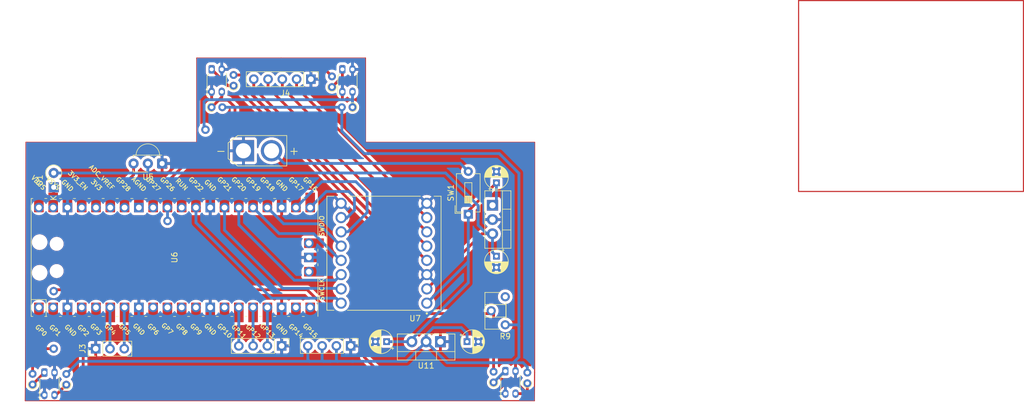
<source format=kicad_pcb>
(kicad_pcb (version 20211014) (generator pcbnew)
  (layers (0 "F.Cu" signal) (31 "B.Cu" signal) (34 "B.Paste" user) (35 "F.Paste" user) (36 "B.SilkS" user "B.Silkscreen") (37 "F.SilkS" user "F.Silkscreen") (38 "B.Mask" user) (39 "F.Mask" user) (44 "Edge.Cuts" user))
  (net 0 "")
  (net 1 "GND")
  (net 2 "Net-(D1-Pad1)")
  (net 3 "Net-(R1-Pad1)")
  (net 4 "Net-(R1-Pad2)")
  (net 5 "+5V")
  (net 6 "Net-(R3-Pad1)")
  (net 7 "+3V3")
  (net 16 "SERIAL MONITOR")
  (net 17 "+12V")
  (net 20 "Net-(R5-Pad1)")
  (net 21 "Net-(R7-Pad1)")
  (net 22 "X-SHUT")
  (net 23 "SDA")
  (net 24 "SCL")
  (net 25 "MOTOR 1 +")
  (net 26 "MOTOR 1 -")
  (net 27 "MOTOR 2 -")
  (net 28 "MOTOR 2 +")
  (net 29 "QRE1113 A")
  (net 30 "QRE1113 B")
  (net 31 "QRE1113 C")
  (net 32 "QRE1113 D")
  (net 33 "IR MODULE")
  (net 34 "PWMB")
  (net 35 "BI2")
  (net 36 "BI1")
  (net 37 "STBY")
  (net 38 "AI1")
  (net 39 "AI2")
  (net 40 "PWMA")
  (footprint "Resistor_THT:R_Axial_DIN0204_L3.6mm_D1.6mm_P1.90mm_Vertical" (layer "F.Cu") (at 111.405 44.25 180)
    (fp_text reference "R6" hide)
    (fp_text value "10k")
    (pad "1" thru_hole circle (at 0 0 180) (size 1.4 1.4) (drill 0.7) (layers *.Cu *.Mask) (net 31 "QRE1113 C"))
    (pad "2" thru_hole oval (at 1.9 0 180) (size 1.4 1.4) (drill 0.7) (layers *.Cu *.Mask) (net 7 "+3V3"))
  )
  (footprint "Connector_AMASS:AMASS_XT30U-M_1x02_P5.0mm_Vertical" (layer "F.Cu") (at 92 52)
    (fp_text reference "IC1" hide)
    (fp_text value "XT30U-M")
    (fp_text user "+" (at 9 0) (layer "F.SilkS") (effects (font (size 1.5 1.5))))
    (fp_text user "-" (at -4 0) (layer "F.SilkS") (effects (font (size 1.5 1.5))))
    (pad "1" thru_hole rect (at 0 0) (size 3.8 3.8) (drill 2.7) (layers *.Cu *.Mask) (net 1 "GND"))
    (pad "2" thru_hole circle (at 5 0) (size 3.8 3.8) (drill 2.7) (layers *.Cu *.Mask) (net 17 "+12V"))
  )
  (footprint "OptoDevice:OnSemi_CASE100AQ" (layer "F.Cu") (at 86.35 37.5)
    (fp_text reference "U4" hide)
    (fp_text value "QRE1113" hide)
    (pad "1" thru_hole roundrect (at 0 0) (size 1.1 1.5) (drill 0.7) (layers *.Cu *.Mask) (net 21 "Net-(R7-Pad1)"))
    (pad "2" thru_hole oval (at 0 4) (size 1.1 1.5) (drill 0.7) (layers *.Cu *.Mask) (net 1 "GND"))
    (pad "3" thru_hole oval (at 1.8 4) (size 1.1 1.5) (drill 0.7) (layers *.Cu *.Mask) (net 32 "QRE1113 D"))
    (pad "4" thru_hole oval (at 1.8 0) (size 1.1 1.5) (drill 0.7) (layers *.Cu *.Mask) (net 1 "GND"))
  )
  (footprint "Capacitor_THT:CP_Radial_D4.0mm_P2.00mm" (layer "F.Cu") (at 131.777401 86)
    (fp_text reference "C3" hide)
    (fp_text value "10uF")
    (pad "1" thru_hole rect (at 0 0) (size 1.2 1.2) (drill 0.6) (layers *.Cu *.Mask) (net 7 "+3V3"))
    (pad "2" thru_hole circle (at 2 0) (size 1.2 1.2) (drill 0.6) (layers *.Cu *.Mask) (net 1 "GND"))
  )
  (footprint "Capacitor_THT:CP_Radial_D4.0mm_P2.00mm" (layer "F.Cu") (at 137 70.777401 -90)
    (fp_text reference "C2" hide)
    (fp_text value "22uF")
    (pad "1" thru_hole rect (at 0 0 270) (size 1.2 1.2) (drill 0.6) (layers *.Cu *.Mask) (net 5 "+5V"))
    (pad "2" thru_hole circle (at 2 0 270) (size 1.2 1.2) (drill 0.6) (layers *.Cu *.Mask) (net 1 "GND"))
  )
  (footprint "Button_Switch_THT:SW_DIP_SPSTx01_Slide_6.7x4.1mm_W7.62mm_P2.54mm_LowProfile" (layer "F.Cu") (at 132 63.3 90)
    (fp_text reference "SW1" (at 3.81 -3.11 90) (layer "F.SilkS"))
    (fp_text value "SW_SPST")
    (pad "1" thru_hole rect (at 0 0 90) (size 1.6 1.6) (drill 0.8) (layers *.Cu *.Mask) (net 17 "+12V"))
    (pad "2" thru_hole oval (at 7.62 0 90) (size 1.6 1.6) (drill 0.8) (layers *.Cu *.Mask) (net 17 "+12V"))
  )
  (footprint "OptoDevice:OnSemi_CASE100AQ" (layer "F.Cu") (at 138.6 91.25)
    (fp_text reference "U2" hide)
    (fp_text value "QRE1113" hide)
    (pad "1" thru_hole roundrect locked (at 0 0) (size 1.1 1.5) (drill 0.7) (layers *.Cu *.Mask) (net 6 "Net-(R3-Pad1)"))
    (pad "2" thru_hole oval locked (at 0 4) (size 1.1 1.5) (drill 0.7) (layers *.Cu *.Mask) (net 1 "GND"))
    (pad "3" thru_hole oval locked (at 1.8 4) (size 1.1 1.5) (drill 0.7) (layers *.Cu *.Mask) (net 30 "QRE1113 B"))
    (pad "4" thru_hole oval locked (at 1.8 0) (size 1.1 1.5) (drill 0.7) (layers *.Cu *.Mask) (net 1 "GND"))
  )
  (footprint "Capacitor_THT:CP_Radial_D4.0mm_P2.00mm" (layer "F.Cu") (at 137 57.7226 90)
    (fp_text reference "C1" hide)
    (fp_text value "0,1uF")
    (pad "1" thru_hole rect (at 0 0 90) (size 1.2 1.2) (drill 0.6) (layers *.Cu *.Mask) (net 17 "+12V"))
    (pad "2" thru_hole circle (at 2 0 90) (size 1.2 1.2) (drill 0.6) (layers *.Cu *.Mask) (net 1 "GND"))
  )
  (footprint "Package_TO_SOT_THT:TO-220-3_Vertical" (layer "F.Cu") (at 136.305 61.71 -90)
    (fp_text reference "U12" hide)
    (fp_text value "LM7805_TO220")
    (pad "1" thru_hole rect (at 0 0 270) (size 1.905 2) (drill 1.1) (layers *.Cu *.Mask) (net 17 "+12V"))
    (pad "2" thru_hole oval (at 2.54 0 270) (size 1.905 2) (drill 1.1) (layers *.Cu *.Mask) (net 1 "GND"))
    (pad "3" thru_hole oval (at 5.08 0 270) (size 1.905 2) (drill 1.1) (layers *.Cu *.Mask) (net 5 "+5V"))
  )
  (footprint "Resistor_THT:R_Axial_DIN0204_L3.6mm_D1.6mm_P1.90mm_Vertical" (layer "F.Cu") (at 86.345 44.25)
    (fp_text reference "R8" hide)
    (fp_text value "10k")
    (pad "1" thru_hole circle (at 0 0) (size 1.4 1.4) (drill 0.7) (layers *.Cu *.Mask) (net 32 "QRE1113 D"))
    (pad "2" thru_hole oval (at 1.9 0) (size 1.4 1.4) (drill 0.7) (layers *.Cu *.Mask) (net 7 "+3V3"))
  )
  (footprint "Connector_PinHeader_2.54mm:PinHeader_1x04_P2.54mm_Vertical" (layer "F.Cu") (at 98.8 86.75 -90)
    (fp_text reference "J1" hide)
    (fp_text value "Conn_01x04_Male" hide)
    (pad "1" thru_hole rect (at 0 0 270) (size 1.7 1.7) (drill 1) (layers *.Cu *.Mask) (net 1 "GND"))
    (pad "2" thru_hole oval (at 0 2.54 270) (size 1.7 1.7) (drill 1) (layers *.Cu *.Mask) (net 22 "X-SHUT"))
    (pad "3" thru_hole oval (at 0 5.08 270) (size 1.7 1.7) (drill 1) (layers *.Cu *.Mask) (net 22 "X-SHUT"))
    (pad "4" thru_hole oval (at 0 7.62 270) (size 1.7 1.7) (drill 1) (layers *.Cu *.Mask) (net 22 "X-SHUT"))
  )
  (footprint "Resistor_THT:R_Axial_DIN0204_L3.6mm_D1.6mm_P1.90mm_Vertical" (layer "F.Cu") (at 90.25 40.405 90)
    (fp_text reference "R7" hide)
    (fp_text value "100")
    (pad "1" thru_hole circle (at 0 0 90) (size 1.4 1.4) (drill 0.7) (layers *.Cu *.Mask) (net 21 "Net-(R7-Pad1)"))
    (pad "2" thru_hole oval (at 1.9 0 90) (size 1.4 1.4) (drill 0.7) (layers *.Cu *.Mask) (net 4 "Net-(R1-Pad2)"))
  )
  (footprint "Resistor_THT:R_Axial_DIN0204_L3.6mm_D1.6mm_P1.90mm_Vertical" (layer "F.Cu") (at 136.5 93.25 90)
    (fp_text reference "R3" hide)
    (fp_text value "100")
    (pad "1" thru_hole circle (at 0 0 90) (size 1.4 1.4) (drill 0.7) (layers *.Cu *.Mask) (net 6 "Net-(R3-Pad1)"))
    (pad "2" thru_hole oval (at 1.9 0 90) (size 1.4 1.4) (drill 0.7) (layers *.Cu *.Mask) (net 4 "Net-(R1-Pad2)"))
  )
  (footprint "Diode_THT:D_A-405_P2.54mm_Vertical_KathodeUp" (layer "F.Cu") (at 58.25 58.5 90)
    (fp_text reference "D1" (at 1.27 -2.47 90) (layer "F.SilkS"))
    (fp_text value "D_Schottky" hide)
    (fp_text user "K" (at -1.9 0 90) (layer "F.SilkS"))
    (pad "1" thru_hole rect (at 0 0 90) (size 1.8 1.8) (drill 0.9) (layers *.Cu *.Mask) (net 2 "Net-(D1-Pad1)"))
    (pad "2" thru_hole oval (at 2.54 0 90) (size 1.8 1.8) (drill 0.9) (layers *.Cu *.Mask) (net 5 "+5V"))
  )
  (footprint "Resistor_THT:R_Axial_DIN0204_L3.6mm_D1.6mm_P1.90mm_Vertical" (layer "F.Cu") (at 54.5 93.63 90)
    (fp_text reference "R1" hide)
    (fp_text value "100")
    (pad "1" thru_hole circle (at 0 0 90) (size 1.4 1.4) (drill 0.7) (layers *.Cu *.Mask) (net 3 "Net-(R1-Pad1)"))
    (pad "2" thru_hole oval (at 1.9 0 90) (size 1.4 1.4) (drill 0.7) (layers *.Cu *.Mask) (net 4 "Net-(R1-Pad2)"))
  )
  (footprint "Capacitor_THT:CP_Radial_D4.0mm_P2.00mm" (layer "F.Cu") (at 117.4726 86 180)
    (fp_text reference "C4" hide)
    (fp_text value "10uF")
    (pad "1" thru_hole rect (at 0 0 180) (size 1.2 1.2) (drill 0.6) (layers *.Cu *.Mask) (net 17 "+12V"))
    (pad "2" thru_hole circle (at 2 0 180) (size 1.2 1.2) (drill 0.6) (layers *.Cu *.Mask) (net 1 "GND"))
  )
  (footprint "Connector_PinHeader_2.54mm:PinHeader_1x05_P2.54mm_Vertical" (layer "F.Cu") (at 104 39.25 -90)
    (fp_text reference "J4" (at 2.5 4.54 180) (layer "F.SilkS"))
    (fp_text value "Conn_01x05_Male")
    (pad "1" thru_hole rect (at 0 0 270) (size 1.7 1.7) (drill 1) (layers *.Cu *.Mask) (net 1 "GND"))
    (pad "2" thru_hole oval (at 0 2.54 270) (size 1.7 1.7) (drill 1) (layers *.Cu *.Mask) (net 27 "MOTOR 2 -"))
    (pad "3" thru_hole oval (at 0 5.08 270) (size 1.7 1.7) (drill 1) (layers *.Cu *.Mask) (net 28 "MOTOR 2 +"))
    (pad "4" thru_hole oval (at 0 7.62 270) (size 1.7 1.7) (drill 1) (layers *.Cu *.Mask) (net 26 "MOTOR 1 -"))
    (pad "5" thru_hole oval (at 0 10.16 270) (size 1.7 1.7) (drill 1) (layers *.Cu *.Mask) (net 25 "MOTOR 1 +"))
  )
  (footprint "Connector_PinHeader_2.54mm:PinHeader_1x04_P2.54mm_Vertical" (layer "F.Cu") (at 111.08 86.75 -90)
    (fp_text reference "J2" hide)
    (fp_text value "Conn_01x04_Male" hide)
    (pad "1" thru_hole rect (at 0 0 270) (size 1.7 1.7) (drill 1) (layers *.Cu *.Mask) (net 1 "GND"))
    (pad "2" thru_hole oval (at 0 2.54 270) (size 1.7 1.7) (drill 1) (layers *.Cu *.Mask) (net 7 "+3V3"))
    (pad "3" thru_hole oval (at 0 5.08 270) (size 1.7 1.7) (drill 1) (layers *.Cu *.Mask) (net 7 "+3V3"))
    (pad "4" thru_hole oval (at 0 7.62 270) (size 1.7 1.7) (drill 1) (layers *.Cu *.Mask) (net 7 "+3V3"))
  )
  (footprint "Resistor_THT:R_Axial_DIN0204_L3.6mm_D1.6mm_P1.90mm_Vertical" (layer "F.Cu") (at 142.5 93.405 90)
    (fp_text reference "R4" hide)
    (fp_text value "10k")
    (pad "1" thru_hole circle locked (at 0 0 90) (size 1.4 1.4) (drill 0.7) (layers *.Cu *.Mask) (net 30 "QRE1113 B"))
    (pad "2" thru_hole oval locked (at 1.9 0 90) (size 1.4 1.4) (drill 0.7) (layers *.Cu *.Mask) (net 7 "+3V3"))
  )
  (footprint "MCU_Raspberry:RPi_Pico_SMD_TH" (layer "F.Cu") (at 79.75 71 90)
    (fp_text reference "U6" (at 0 0 90) (layer "F.SilkS"))
    (fp_text value "Pico")
    (fp_text user "GP22" (at 13.054 3.81 135) (layer "F.SilkS") (effects (font (size 0.8 0.8))))
    (fp_text user "GP10" (at -13.054 8.89 135) (layer "F.SilkS") (effects (font (size 0.8 0.8))))
    (fp_text user "3V3_EN" (at 13.7 -17.2 135) (layer "F.SilkS") (effects (font (size 0.8 0.8))))
    (fp_text user "GP12" (at -13.2 13.97 135) (layer "F.SilkS") (effects (font (size 0.8 0.8))))
    (fp_text user "GP26" (at 13.054 -1.27 135) (layer "F.SilkS") (effects (font (size 0.8 0.8))))
    (fp_text user "GND" (at 12.8 6.35 135) (layer "F.SilkS") (effects (font (size 0.8 0.8))))
    (fp_text user "AGND" (at 13.054 -6.35 135) (layer "F.SilkS") (effects (font (size 0.8 0.8))))
    (fp_text user "GND" (at -12.8 -6.35 135) (layer "F.SilkS") (effects (font (size 0.8 0.8))))
    (fp_text user "GND" (at -13 -18.5 135) (layer "F.SilkS") (effects (font (size 0.8 0.8))))
    (fp_text user "GP20" (at 13.054 11.43 135) (layer "F.SilkS") (effects (font (size 0.8 0.8))))
    (fp_text user "RUN" (at 13 1.27 135) (layer "F.SilkS") (effects (font (size 0.8 0.8))))
    (fp_text user "ADC_VREF" (at 14.25 -12.95 135) (layer "F.SilkS") (effects (font (size 0.8 0.8))))
    (fp_text user "VSYS" (at 13.2 -21.59 135) (layer "F.SilkS") (effects (font (size 0.8 0.8))))
    (fp_text user "GP4" (at -12.8 -11.43 135) (layer "F.SilkS") (effects (font (size 0.8 0.8))))
    (fp_text user "GP19" (at 13.054 13.97 135) (layer "F.SilkS") (effects (font (size 0.8 0.8))))
    (fp_text user "SWDIO" (at 5.6 26.2 90) (layer "F.SilkS") (effects (font (size 0.8 0.8))))
    (fp_text user "GND" (at -12.8 6.35 135) (layer "F.SilkS") (effects (font (size 0.8 0.8))))
    (fp_text user "GP0" (at -13 -23.75 135) (layer "F.SilkS") (effects (font (size 0.8 0.8))))
    (fp_text user "GP27" (at 13.054 -3.8 135) (layer "F.SilkS") (effects (font (size 0.8 0.8))))
    (fp_text user "GP8" (at -12.8 1.27 135) (layer "F.SilkS") (effects (font (size 0.8 0.8))))
    (fp_text user "GP5" (at -12.8 -8.89 135) (layer "F.SilkS") (effects (font (size 0.8 0.8))))
    (fp_text user "VBUS" (at 13.3 -24.2 135) (layer "F.SilkS") (effects (font (size 0.8 0.8))))
    (fp_text user "SWCLK" (at -5.7 26.2 90) (layer "F.SilkS") (effects (font (size 0.8 0.8))))
    (fp_text user "GP7" (at -12.7 -1.3 135) (layer "F.SilkS") (effects (font (size 0.8 0.8))))
    (fp_text user "GP1" (at -13 -21.25 135) (layer "F.SilkS") (effects (font (size 0.8 0.8))))
    (fp_text user "GP9" (at -12.8 3.81 135) (layer "F.SilkS") (effects (font (size 0.8 0.8))))
    (fp_text user "GP17" (at 13.054 21.59 135) (layer "F.SilkS") (effects (font (size 0.8 0.8))))
    (fp_text user "GP28" (at 13.054 -9.144 135) (layer "F.SilkS") (effects (font (size 0.8 0.8))))
    (fp_text user "GND" (at 12.8 19.05 135) (layer "F.SilkS") (effects (font (size 0.8 0.8))))
    (fp_text user "GND" (at -12.8 19.05 135) (layer "F.SilkS") (effects (font (size 0.8 0.8))))
    (fp_text user "GP6" (at -12.8 -3.81 135) (layer "F.SilkS") (effects (font (size 0.8 0.8))))
    (fp_text user "GP13" (at -13.054 16.51 135) (layer "F.SilkS") (effects (font (size 0.8 0.8))))
    (fp_text user "GP14" (at -13.1 21.59 135) (layer "F.SilkS") (effects (font (size 0.8 0.8))))
    (fp_text user "GP2" (at -13 -16.25 135) (layer "F.SilkS") (effects (font (size 0.8 0.8))))
    (fp_text user "GP3" (at -12.8 -13.97 135) (layer "F.SilkS") (effects (font (size 0.8 0.8))))
    (fp_text user "GND" (at 12.8 -19.05 135) (layer "F.SilkS") (effects (font (size 0.8 0.8))))
    (fp_text user "3V3" (at 12.9 -13.9 135) (layer "F.SilkS") (effects (font (size 0.8 0.8))))
    (fp_text user "GP15" (at -13.054 24.13 135) (layer "F.SilkS") (effects (font (size 0.8 0.8))))
    (fp_text user "GP11" (at -13.2 11.43 135) (layer "F.SilkS") (effects (font (size 0.8 0.8))))
    (fp_text user "GP18" (at 13.054 16.51 135) (layer "F.SilkS") (effects (font (size 0.8 0.8))))
    (fp_text user "GP21" (at 13.054 8.9 135) (layer "F.SilkS") (effects (font (size 0.8 0.8))))
    (fp_text user "GP16" (at 13.054 24.13 135) (layer "F.SilkS") (effects (font (size 0.8 0.8))))
    (pad "" np_thru_hole oval (at -2.725 -24 90) (size 1.8 1.8) (drill 1.8) (layers *.Cu *.Mask))
    (pad "" np_thru_hole oval (at -2.425 -20.97 90) (size 1.5 1.5) (drill 1.5) (layers *.Cu *.Mask))
    (pad "" np_thru_hole oval (at 2.425 -20.97 90) (size 1.5 1.5) (drill 1.5) (layers *.Cu *.Mask))
    (pad "" np_thru_hole oval (at 2.725 -24 90) (size 1.8 1.8) (drill 1.8) (layers *.Cu *.Mask))
    (pad "1" smd rect (at -8.89 -24.13 90) (size 3.5 1.7) (drill (offset -0.9 0)) (layers "F.Cu" "F.Mask") (net 16 "SERIAL MONITOR"))
    (pad "1" thru_hole oval (at -8.89 -24.13 90) (size 1.7 1.7) (drill 1.02) (layers *.Cu *.Mask) (net 16 "SERIAL MONITOR"))
    (pad "2" thru_hole oval (at -8.89 -21.59 90) (size 1.7 1.7) (drill 1.02) (layers *.Cu *.Mask) (net 16 "SERIAL MONITOR"))
    (pad "2" smd rect (at -8.89 -21.59 90) (size 3.5 1.7) (drill (offset -0.9 0)) (layers "F.Cu" "F.Mask") (net 16 "SERIAL MONITOR"))
    (pad "3" smd rect (at -8.89 -19.05 90) (size 3.5 1.7) (drill (offset -0.9 0)) (layers "F.Cu" "F.Mask") (net 1 "GND"))
    (pad "3" thru_hole rect (at -8.89 -19.05 90) (size 1.7 1.7) (drill 1.02) (layers *.Cu *.Mask) (net 1 "GND"))
    (pad "4" smd rect (at -8.89 -16.51 90) (size 3.5 1.7) (drill (offset -0.9 0)) (layers "F.Cu" "F.Mask") (net 29 "QRE1113 A"))
    (pad "4" thru_hole oval (at -8.89 -16.51 90) (size 1.7 1.7) (drill 1.02) (layers *.Cu *.Mask) (net 29 "QRE1113 A"))
    (pad "5" smd rect (at -8.89 -13.97 90) (size 3.5 1.7) (drill (offset -0.9 0)) (layers "F.Cu" "F.Mask"))
    (pad "5" thru_hole oval (at -8.89 -13.97 90) (size 1.7 1.7) (drill 1.02) (layers *.Cu *.Mask))
    (pad "6" thru_hole oval (at -8.89 -11.43 90) (size 1.7 1.7) (drill 1.02) (layers *.Cu *.Mask) (net 23 "SDA"))
    (pad "6" smd rect (at -8.89 -11.43 90) (size 3.5 1.7) (drill (offset -0.9 0)) (layers "F.Cu" "F.Mask") (net 23 "SDA"))
    (pad "7" smd rect (at -8.89 -8.89 90) (size 3.5 1.7) (drill (offset -0.9 0)) (layers "F.Cu" "F.Mask") (net 24 "SCL"))
    (pad "7" thru_hole oval (at -8.89 -8.89 90) (size 1.7 1.7) (drill 1.02) (layers *.Cu *.Mask) (net 24 "SCL"))
    (pad "8" smd rect (at -8.89 -6.35 90) (size 3.5 1.7) (drill (offset -0.9 0)) (layers "F.Cu" "F.Mask") (net 1 "GND"))
    (pad "8" thru_hole rect (at -8.89 -6.35 90) (size 1.7 1.7) (drill 1.02) (layers *.Cu *.Mask) (net 1 "GND"))
    (pad "9" thru_hole oval (at -8.89 -3.81 90) (size 1.7 1.7) (drill 1.02) (layers *.Cu *.Mask))
    (pad "9" smd rect (at -8.89 -3.81 90) (size 3.5 1.7) (drill (offset -0.9 0)) (layers "F.Cu" "F.Mask"))
    (pad "10" thru_hole oval (at -8.89 -1.27 90) (size 1.7 1.7) (drill 1.02) (layers *.Cu *.Mask))
    (pad "10" smd rect (at -8.89 -1.27 90) (size 3.5 1.7) (drill (offset -0.9 0)) (layers "F.Cu" "F.Mask"))
    (pad "11" smd rect (at -8.89 1.27 90) (size 3.5 1.7) (drill (offset -0.9 0)) (layers "F.Cu" "F.Mask"))
    (pad "11" thru_hole oval (at -8.89 1.27 90) (size 1.7 1.7) (drill 1.02) (layers *.Cu *.Mask))
    (pad "12" thru_hole oval (at -8.89 3.81 90) (size 1.7 1.7) (drill 1.02) (layers *.Cu *.Mask))
    (pad "12" smd rect (at -8.89 3.81 90) (size 3.5 1.7) (drill (offset -0.9 0)) (layers "F.Cu" "F.Mask"))
    (pad "13" thru_hole rect (at -8.89 6.35 90) (size 1.7 1.7) (drill 1.02) (layers *.Cu *.Mask) (net 1 "GND"))
    (pad "13" smd rect (at -8.89 6.35 90) (size 3.5 1.7) (drill (offset -0.9 0)) (layers "F.Cu" "F.Mask") (net 1 "GND"))
    (pad "14" smd rect (at -8.89 8.89 90) (size 3.5 1.7) (drill (offset -0.9 0)) (layers "F.Cu" "F.Mask"))
    (pad "14" thru_hole oval (at -8.89 8.89 90) (size 1.7 1.7) (drill 1.02) (layers *.Cu *.Mask))
    (pad "15" smd rect (at -8.89 11.43 90) (size 3.5 1.7) (drill (offset -0.9 0)) (layers "F.Cu" "F.Mask") (net 22 "X-SHUT"))
    (pad "15" thru_hole oval (at -8.89 11.43 90) (size 1.7 1.7) (drill 1.02) (layers *.Cu *.Mask) (net 22 "X-SHUT"))
    (pad "16" smd rect (at -8.89 13.97 90) (size 3.5 1.7) (drill (offset -0.9 0)) (layers "F.Cu" "F.Mask") (net 22 "X-SHUT"))
    (pad "16" thru_hole oval (at -8.89 13.97 90) (size 1.7 1.7) (drill 1.02) (layers *.Cu *.Mask) (net 22 "X-SHUT"))
    (pad "17" thru_hole oval (at -8.89 16.51 90) (size 1.7 1.7) (drill 1.02) (layers *.Cu *.Mask) (net 22 "X-SHUT"))
    (pad "17" smd rect (at -8.89 16.51 90) (size 3.5 1.7) (drill (offset -0.9 0)) (layers "F.Cu" "F.Mask") (net 22 "X-SHUT"))
    (pad "18" thru_hole rect (at -8.89 19.05 90) (size 1.7 1.7) (drill 1.02) (layers *.Cu *.Mask) (net 1 "GND"))
    (pad "18" smd rect (at -8.89 19.05 90) (size 3.5 1.7) (drill (offset -0.9 0)) (layers "F.Cu" "F.Mask") (net 1 "GND"))
    (pad "19" thru_hole oval (at -8.89 21.59 90) (size 1.7 1.7) (drill 1.02) (layers *.Cu *.Mask))
    (pad "19" smd rect (at -8.89 21.59 90) (size 3.5 1.7) (drill (offset -0.9 0)) (layers "F.Cu" "F.Mask"))
    (pad "20" thru_hole oval (at -8.89 24.13 90) (size 1.7 1.7) (drill 1.02) (layers *.Cu *.Mask) (net 30 "QRE1113 B"))
    (pad "20" smd rect (at -8.89 24.13 90) (size 3.5 1.7) (drill (offset -0.9 0)) (layers "F.Cu" "F.Mask") (net 30 "QRE1113 B"))
    (pad "21" thru_hole oval (at 8.89 24.13 90) (size 1.7 1.7) (drill 1.02) (layers *.Cu *.Mask) (net 34 "PWMB"))
    (pad "21" smd rect (at 8.89 24.13 90) (size 3.5 1.7) (drill (offset 0.9 0)) (layers "F.Cu" "F.Mask") (net 34 "PWMB"))
    (pad "22" smd rect (at 8.89 21.59 90) (size 3.5 1.7) (drill (offset 0.9 0)) (layers "F.Cu" "F.Mask") (net 35 "BI2"))
    (pad "22" thru_hole oval (at 8.89 21.59 90) (size 1.7 1.7) (drill 1.02) (layers *.Cu *.Mask) (net 35 "BI2"))
    (pad "23" thru_hole rect (at 8.89 19.05 90) (size 1.7 1.7) (drill 1.02) (layers *.Cu *.Mask) (net 1 "GND"))
    (pad "23" smd rect (at 8.89 19.05 90) (size 3.5 1.7) (drill (offset 0.9 0)) (layers "F.Cu" "F.Mask") (net 1 "GND"))
    (pad "24" thru_hole oval (at 8.89 16.51 90) (size 1.7 1.7) (drill 1.02) (layers *.Cu *.Mask) (net 36 "BI1"))
    (pad "24" smd rect (at 8.89 16.51 90) (size 3.5 1.7) (drill (offset 0.9 0)) (layers "F.Cu" "F.Mask") (net 36 "BI1"))
    (pad "25" thru_hole oval (at 8.89 13.97 90) (size 1.7 1.7) (drill 1.02) (layers *.Cu *.Mask) (net 37 "STBY"))
    (pad "25" smd rect (at 8.89 13.97 90) (size 3.5 1.7) (drill (offset 0.9 0)) (layers "F.Cu" "F.Mask") (net 37 "STBY"))
    (pad "26" thru_hole oval (at 8.89 11.43 90) (size 1.7 1.7) (drill 1.02) (layers *.Cu *.Mask) (net 38 "AI1"))
    (pad "26" smd rect (at 8.89 11.43 90) (size 3.5 1.7) (drill (offset 0.9 0)) (layers "F.Cu" "F.Mask") (net 38 "AI1"))
    (pad "27" thru_hole oval (at 8.89 8.89 90) (size 1.7 1.7) (drill 1.02) (layers *.Cu *.Mask) (net 39 "AI2"))
    (pad "27" smd rect (at 8.89 8.89 90) (size 3.5 1.7) (drill (offset 0.9 0)) (layers "F.Cu" "F.Mask") (net 39 "AI2"))
    (pad "28" thru_hole rect (at 8.89 6.35 90) (size 1.7 1.7) (drill 1.02) (layers *.Cu *.Mask) (net 1 "GND"))
    (pad "28" smd rect (at 8.89 6.35 90) (size 3.5 1.7) (drill (offset 0.9 0)) (layers "F.Cu" "F.Mask") (net 1 "GND"))
    (pad "29" smd rect (at 8.89 3.81 90) (size 3.5 1.7) (drill (offset 0.9 0)) (layers "F.Cu" "F.Mask") (net 40 "PWMA"))
    (pad "29" thru_hole oval (at 8.89 3.81 90) (size 1.7 1.7) (drill 1.02) (layers *.Cu *.Mask) (net 40 "PWMA"))
    (pad "30" thru_hole oval (at 8.89 1.27 90) (size 1.7 1.7) (drill 1.02) (layers *.Cu *.Mask))
    (pad "30" smd rect (at 8.89 1.27 90) (size 3.5 1.7) (drill (offset 0.9 0)) (layers "F.Cu" "F.Mask"))
    (pad "31" smd rect (at 8.89 -1.27 90) (size 3.5 1.7) (drill (offset 0.9 0)) (layers "F.Cu" "F.Mask") (net 31 "QRE1113 C"))
    (pad "31" thru_hole oval (at 8.89 -1.27 90) (size 1.7 1.7) (drill 1.02) (layers *.Cu *.Mask) (net 31 "QRE1113 C"))
    (pad "32" thru_hole oval (at 8.89 -3.81 90) (size 1.7 1.7) (drill 1.02) (layers *.Cu *.Mask) (net 32 "QRE1113 D"))
    (pad "32" smd rect (at 8.89 -3.81 90) (size 3.5 1.7) (drill (offset 0.9 0)) (layers "F.Cu" "F.Mask") (net 32 "QRE1113 D"))
    (pad "33" smd rect (at 8.89 -6.35 90) (size 3.5 1.7) (drill (offset 0.9 0)) (layers "F.Cu" "F.Mask"))
    (pad "33" thru_hole rect (at 8.89 -6.35 90) (size 1.7 1.7) (drill 1.02) (layers *.Cu *.Mask))
    (pad "34" thru_hole oval (at 8.89 -8.89 90) (size 1.7 1.7) (drill 1.02) (layers *.Cu *.Mask) (net 33 "IR MODULE"))
    (pad "34" smd rect (at 8.89 -8.89 90) (size 3.5 1.7) (drill (offset 0.9 0)) (layers "F.Cu" "F.Mask") (net 33 "IR MODULE"))
    (pad "35" smd rect (at 8.89 -11.43 90) (size 3.5 1.7) (drill (offset 0.9 0)) (layers "F.Cu" "F.Mask"))
    (pad "35" thru_hole oval (at 8.89 -11.43 90) (size 1.7 1.7) (drill 1.02) (layers *.Cu *.Mask))
    (pad "36" thru_hole oval (at 8.89 -13.97 90) (size 1.7 1.7) (drill 1.02) (layers *.Cu *.Mask))
    (pad "36" smd rect (at 8.89 -13.97 90) (size 3.5 1.7) (drill (offset 0.9 0)) (layers "F.Cu" "F.Mask"))
    (pad "37" thru_hole oval (at 8.89 -16.51 90) (size 1.7 1.7) (drill 1.02) (layers *.Cu *.Mask))
    (pad "37" smd rect (at 8.89 -16.51 90) (size 3.5 1.7) (drill (offset 0.9 0)) (layers "F.Cu" "F.Mask"))
    (pad "38" smd rect (at 8.89 -19.05 90) (size 3.5 1.7) (drill (offset 0.9 0)) (layers "F.Cu" "F.Mask") (net 1 "GND"))
    (pad "38" thru_hole rect (at 8.89 -19.05 90) (size 1.7 1.7) (drill 1.02) (layers *.Cu *.Mask) (net 1 "GND"))
    (pad "39" thru_hole oval (at 8.89 -21.59 90) (size 1.7 1.7) (drill 1.02) (layers *.Cu *.Mask) (net 2 "Net-(D1-Pad1)"))
    (pad "39" smd rect (at 8.89 -21.59 90) (size 3.5 1.7) (drill (offset 0.9 0)) (layers "F.Cu" "F.Mask") (net 2 "Net-(D1-Pad1)"))
    (pad "40" smd rect (at 8.89 -24.13 90) (size 3.5 1.7) (drill (offset 0.9 0)) (layers "F.Cu" "F.Mask"))
    (pad "40" thru_hole oval (at 8.89 -24.13 90) (size 1.7 1.7) (drill 1.02) (layers *.Cu *.Mask))
    (pad "41" smd rect (at -2.54 23.9 180) (size 3.5 1.7) (drill (offset -0.9 0)) (layers "F.Cu" "F.Mask"))
    (pad "41" thru_hole oval (at -2.54 23.9 90) (size 1.7 1.7) (drill 1.02) (layers *.Cu *.Mask))
    (pad "42" smd rect (at 0 23.9 180) (size 3.5 1.7) (drill (offset -0.9 0)) (layers "F.Cu" "F.Mask") (net 1 "GND"))
    (pad "42" thru_hole rect (at 0 23.9 90) (size 1.7 1.7) (drill 1.02) (layers *.Cu *.Mask) (net 1 "GND"))
    (pad "43" smd rect (at 2.54 23.9 180) (size 3.5 1.7) (drill (offset -0.9 0)) (layers "F.Cu" "F.Mask"))
    (pad "43" thru_hole oval (at 2.54 23.9 90) (size 1.7 1.7) (drill 1.02) (layers *.Cu *.Mask))
  )
  (footprint "OptoDevice:Vishay_MINICAST-3Pin" (layer "F.Cu") (at 77.54 54.275 180)
    (fp_text reference "U5" (at 2.5 -2.4) (layer "F.SilkS"))
    (fp_text value "TSOP382xx")
    (pad "1" thru_hole roundrect (at 0 0 180) (size 1.8 1.8) (drill 0.9) (layers *.Cu *.Mask) (roundrect_rratio 0.139) (net 1 "GND"))
    (pad "2" thru_hole circle (at 2.54 0 180) (size 1.8 1.8) (drill 0.9) (layers *.Cu *.Mask) (net 5 "+5V"))
    (pad "3" thru_hole circle (at 5.08 0 180) (size 1.8 1.8) (drill 0.9) (layers *.Cu *.Mask) (net 33 "IR MODULE"))
  )
  (footprint "Resistor_THT:R_Axial_DIN0204_L3.6mm_D1.6mm_P1.90mm_Vertical" (layer "F.Cu") (at 60.5 93.655 90)
    (fp_text reference "R2" hide)
    (fp_text value "10k")
    (pad "1" thru_hole circle (at 0 0 90) (size 1.4 1.4) (drill 0.7) (layers *.Cu *.Mask) (net 29 "QRE1113 A"))
    (pad "2" thru_hole oval (at 1.9 0 90) (size 1.4 1.4) (drill 0.7) (layers *.Cu *.Mask) (net 7 "+3V3"))
  )
  (footprint "Connector_PinHeader_2.54mm:PinHeader_1x03_P2.54mm_Vertical" (layer "F.Cu") (at 65.725 87.25 90)
    (fp_text reference "J3" (at 0 -2.33 90) (layer "F.SilkS"))
    (fp_text value "Conn_01x03_Male")
    (pad "1" thru_hole rect (at 0 0 90) (size 1.7 1.7) (drill 1) (layers *.Cu *.Mask) (net 1 "GND"))
    (pad "2" thru_hole oval (at 0 2.54 90) (size 1.7 1.7) (drill 1) (layers *.Cu *.Mask) (net 23 "SDA"))
    (pad "3" thru_hole oval (at 0 5.08 90) (size 1.7 1.7) (drill 1) (layers *.Cu *.Mask) (net 24 "SCL"))
  )
  (footprint "OptoDevice:OnSemi_CASE100AQ" (layer "F.Cu") (at 109.6 37.5)
    (fp_text reference "U3" hide)
    (fp_text value "QRE1113" hide)
    (pad "1" thru_hole roundrect (at 0 0) (size 1.1 1.5) (drill 0.7) (layers *.Cu *.Mask) (net 20 "Net-(R5-Pad1)"))
    (pad "2" thru_hole oval (at 0 4) (size 1.1 1.5) (drill 0.7) (layers *.Cu *.Mask) (net 1 "GND"))
    (pad "3" thru_hole oval (at 1.8 4) (size 1.1 1.5) (drill 0.7) (layers *.Cu *.Mask) (net 31 "QRE1113 C"))
    (pad "4" thru_hole oval (at 1.8 0) (size 1.1 1.5) (drill 0.7) (layers *.Cu *.Mask) (net 1 "GND"))
  )
  (footprint "Resistor_THT:R_Axial_DIN0204_L3.6mm_D1.6mm_P1.90mm_Vertical" (layer "F.Cu") (at 107.75 40.655 90)
    (fp_text reference "R5" hide)
    (fp_text value "100")
    (pad "1" thru_hole circle (at 0 0 90) (size 1.4 1.4) (drill 0.7) (layers *.Cu *.Mask) (net 20 "Net-(R5-Pad1)"))
    (pad "2" thru_hole oval (at 1.9 0 90) (size 1.4 1.4) (drill 0.7) (layers *.Cu *.Mask) (net 4 "Net-(R1-Pad2)"))
  )
  (footprint "ROB-14450:MODULE_ROB-14450" (layer "F.Cu") (at 117 70.25 180)
    (fp_text reference "U7" (at -5.5332 -11.6132) (layer "F.SilkS"))
    (fp_text value "ROB-14450")
    (pad "1" thru_hole circle locked (at -7.62 -8.89 180) (size 1.98 1.98) (drill 1.32) (layers *.Cu *.Mask) (net 17 "+12V"))
    (pad "2" thru_hole circle locked (at -7.62 -6.35 180) (size 1.98 1.98) (drill 1.32) (layers *.Cu *.Mask) (net 5 "+5V"))
    (pad "3" thru_hole circle locked (at -7.62 -3.81 180) (size 1.98 1.98) (drill 1.32) (layers *.Cu *.Mask) (net 1 "GND"))
    (pad "4" thru_hole circle locked (at -7.62 -1.27 180) (size 1.98 1.98) (drill 1.32) (layers *.Cu *.Mask) (net 25 "MOTOR 1 +"))
    (pad "5" thru_hole circle locked (at -7.62 1.27 180) (size 1.98 1.98) (drill 1.32) (layers *.Cu *.Mask) (net 26 "MOTOR 1 -"))
    (pad "6" thru_hole circle locked (at -7.62 3.81 180) (size 1.98 1.98) (drill 1.32) (layers *.Cu *.Mask) (net 28 "MOTOR 2 +"))
    (pad "7" thru_hole circle locked (at -7.62 6.35 180) (size 1.98 1.98) (drill 1.32) (layers *.Cu *.Mask) (net 27 "MOTOR 2 -"))
    (pad "8" thru_hole circle locked (at -7.62 8.89 180) (size 1.98 1.98) (drill 1.32) (layers *.Cu *.Mask) (net 1 "GND"))
    (pad "9" thru_hole circle locked (at 7.62 8.89 180) (size 1.98 1.98) (drill 1.32) (layers *.Cu *.Mask) (net 1 "GND"))
    (pad "10" thru_hole circle locked (at 7.62 6.35 180) (size 1.98 1.98) (drill 1.32) (layers *.Cu *.Mask) (net 34 "PWMB"))
    (pad "11" thru_hole circle locked (at 7.62 3.81 180) (size 1.98 1.98) (drill 1.32) (layers *.Cu *.Mask) (net 35 "BI2"))
    (pad "12" thru_hole circle locked (at 7.62 1.27 180) (size 1.98 1.98) (drill 1.32) (layers *.Cu *.Mask) (net 36 "BI1"))
    (pad "13" thru_hole circle locked (at 7.62 -1.27 180) (size 1.98 1.98) (drill 1.32) (layers *.Cu *.Mask) (net 37 "STBY"))
    (pad "14" thru_hole circle locked (at 7.62 -3.81 180) (size 1.98 1.98) (drill 1.32) (layers *.Cu *.Mask) (net 38 "AI1"))
    (pad "15" thru_hole circle locked (at 7.62 -6.35 180) (size 1.98 1.98) (drill 1.32) (layers *.Cu *.Mask) (net 39 "AI2"))
    (pad "16" thru_hole circle locked (at 7.62 -8.89 180) (size 1.98 1.98) (drill 1.32) (layers *.Cu *.Mask) (net 40 "PWMA"))
  )
  (footprint "OptoDevice:OnSemi_CASE100AQ" (layer "F.Cu") (at 56.6 91.5)
    (fp_text reference "U1" hide)
    (fp_text value "QRE1113" hide)
    (pad "1" thru_hole roundrect (at 0 0) (size 1.1 1.5) (drill 0.7) (layers *.Cu *.Mask) (net 3 "Net-(R1-Pad1)"))
    (pad "2" thru_hole oval (at 0 4) (size 1.1 1.5) (drill 0.7) (layers *.Cu *.Mask) (net 1 "GND"))
    (pad "3" thru_hole oval (at 1.8 4) (size 1.1 1.5) (drill 0.7) (layers *.Cu *.Mask) (net 29 "QRE1113 A"))
    (pad "4" thru_hole oval (at 1.8 0) (size 1.1 1.5) (drill 0.7) (layers *.Cu *.Mask) (net 1 "GND"))
  )
  (footprint "Package_TO_SOT_THT:TO-220-3_Vertical" (layer "F.Cu") (at 127.04 86 180)
    (fp_text reference "U11" (at 2.54 -4.27) (layer "F.SilkS"))
    (fp_text value "LD1086V33-DG")
    (pad "1" thru_hole rect (at 0 0 180) (size 1.905 2) (drill 1.1) (layers *.Cu *.Mask) (net 1 "GND"))
    (pad "2" thru_hole oval (at 2.54 0 180) (size 1.905 2) (drill 1.1) (layers *.Cu *.Mask) (net 7 "+3V3"))
    (pad "3" thru_hole oval (at 5.08 0 180) (size 1.905 2) (drill 1.1) (layers *.Cu *.Mask) (net 17 "+12V"))
  )
  (footprint "Potentiometer_THT:Potentiometer_ACP_CA6-H2,5_Horizontal" (layer "F.Cu") (at 138.575 83 180)
    (fp_text reference "R9" (at 0 -2.06) (layer "F.SilkS"))
    (fp_text value "R_Trim")
    (pad "1" thru_hole circle (at 0 0 180) (size 1.62 1.62) (drill 0.9) (layers *.Cu *.Mask) (net 7 "+3V3"))
    (pad "2" thru_hole circle (at 2.5 2.5 180) (size 1.62 1.62) (drill 0.9) (layers *.Cu *.Mask) (net 4 "Net-(R1-Pad2)"))
    (pad "3" thru_hole circle (at 0 5 180) (size 1.62 1.62) (drill 0.9) (layers *.Cu *.Mask))
  )
  (gr_line (start 83.71 50.5) (end 53.63 50.5) (layer "F.Cu") (width 0.2))
  (gr_line (start 98.71 35.5) (end 113.71 35.5) (layer "F.Cu") (width 0.2))
  (gr_line (start 143.75 96.5) (end 53.21 96.5) (layer "F.Cu") (width 0.2))
  (gr_line (start 53.25 91.5) (end 53.21 96.5) (layer "F.Cu") (width 0.2))
  (gr_line (start 143.79 50.5) (end 143.79 91.5) (layer "F.Cu") (width 0.2))
  (gr_rect (start 230.75 25.25) (end 190.75 59.25) (layer "F.Cu") (width 0.2) (fill none))
  (gr_line (start 113.71 35.5) (end 113.71 50.5) (layer "F.Cu") (width 0.2))
  (gr_line locked (start 143.79 91.5) (end 143.75 96.5) (layer "F.Cu") (width 0.2))
  (gr_line (start 113.71 50.5) (end 143.79 50.5) (layer "F.Cu") (width 0.2))
  (gr_line (start 98.71 35.5) (end 83.71 35.5) (layer "F.Cu") (width 0.2))
  (gr_line (start 53.63 50.5) (end 53.63 50.5) (layer "F.Cu") (width 0.2))
  (gr_line (start 53.33 51) (end 53.331029 50.492722) (layer "F.Cu") (width 0.2))
  (gr_line (start 53.331029 50.492722) (end 53.63 50.5) (layer "F.Cu") (width 0.2))
  (gr_line (start 83.71 35.5) (end 83.71 50.5) (layer "F.Cu") (width 0.2))
  (gr_line (start 53.33 51) (end 53.25 91.5) (layer "F.Cu") (width 0.2))
  (gr_text "ZAJISTÉ" (at 98.75 94) (layer "F.Cu") (effects (font (size 2 2) (thickness 0.4))))
  (segment (start 77.54 54.275) (end 78.25 54.985) (width 0.5) (layer "F.Cu") (net 1))
  (segment (start 58.25 58.5) (end 58.25 62.02) (width 0.5) (layer "F.Cu") (net 2))
  (segment (start 58.25 62.02) (end 58.16 62.11) (width 0.5) (layer "F.Cu") (net 2))
  (segment (start 54.5 93.63) (end 56.6 91.53) (width 0.5) (layer "F.Cu") (net 3))
  (segment (start 56.6 91.53) (end 56.6 91.5) (width 0.5) (layer "F.Cu") (net 3))
  (segment (start 56.6 91.5) (end 56.6 91.53) (width 0.5) (layer "B.Cu") (net 3))
  (segment (start 91.755 37.25) (end 91.755 38.5) (width 0.5) (layer "F.Cu") (net 4))
  (segment (start 122 72) (end 122 81) (width 0.5) (layer "F.Cu") (net 4))
  (segment (start 58.5 76.75) (end 103.34 76.75) (width 0.5) (layer "F.Cu") (net 4))
  (segment (start 136.5 91.35) (end 136.5 80.925) (width 0.5) (layer "F.Cu") (net 4))
  (segment (start 110.82 60.763532) (end 110.82 60.82) (width 0.5) (layer "F.Cu") (net 4))
  (segment (start 56.5 87.25) (end 54.5 89.25) (width 0.5) (layer "F.Cu") (net 4))
  (segment (start 135.575 81) (end 122.5 81) (width 0.5) (layer "F.Cu") (net 4))
  (segment (start 122.5 81) (end 122 81) (width 0.5) (layer "F.Cu") (net 4))
  (segment (start 91.745 38.505) (end 90.25 38.505) (width 0.5) (layer "F.Cu") (net 4))
  (segment (start 136.075 80.5) (end 135.575 81) (width 0.5) (layer "F.Cu") (net 4))
  (segment (start 92.25 36.75) (end 91.75 37.25) (width 0.5) (layer "F.Cu") (net 4))
  (segment (start 136.35 91.5) (end 136.5 91.35) (width 0.5) (layer "F.Cu") (net 4))
  (segment (start 57 87.25) (end 56.5 87.25) (width 0.5) (layer "F.Cu") (net 4))
  (segment (start 107.59 81) (end 121.5 81) (width 0.5) (layer "F.Cu") (net 4))
  (segment (start 103.34 76.75) (end 107.59 81) (width 0.5) (layer "F.Cu") (net 4))
  (segment (start 121.5 81) (end 122 81) (width 0.5) (layer "F.Cu") (net 4))
  (segment (start 105.745 36.75) (end 92.25 36.75) (width 0.5) (layer "F.Cu") (net 4))
  (segment (start 58.25 77) (end 58.5 76.75) (width 0.5) (layer "F.Cu") (net 4))
  (segment (start 136.5 80.925) (end 136.075 80.5) (width 0.5) (layer "F.Cu") (net 4))
  (segment (start 91.755 38.5) (end 91.75 38.505) (width 0.5) (layer "F.Cu") (net 4))
  (segment (start 107.75 38.755) (end 105.745 36.75) (width 0.5) (layer "F.Cu") (net 4))
  (segment (start 91.755 38.5) (end 91.755 41.693532) (width 0.5) (layer "F.Cu") (net 4))
  (segment (start 57 87.25) (end 58.25 87.25) (width 0.5) (layer "F.Cu") (net 4))
  (segment (start 110.82 60.82) (end 122 72) (width 0.5) (layer "F.Cu") (net 4))
  (segment (start 54.5 89.25) (end 54.5 91.73) (width 0.5) (layer "F.Cu") (net 4))
  (segment (start 91.75 41.693532) (end 110.82 60.763532) (width 0.5) (layer "F.Cu") (net 4))
  (via (at 58.25 77) (size 1.5) (drill 0.8) (layers "F.Cu" "B.Cu") (net 4))
  (via (at 58.25 87.25) (size 1.5) (drill 0.8) (layers "F.Cu" "B.Cu") (net 4))
  (segment (start 136.305 66.79) (end 134.43 66.79) (width 0.5) (layer "F.Cu") (net 5))
  (segment (start 134.43 66.79) (end 124.62 76.6) (width 0.5) (layer "F.Cu") (net 5))
  (segment (start 133.75 65.25) (end 135.29 66.79) (width 0.5) (layer "B.Cu") (net 5))
  (segment (start 127.96 55.96) (end 133.75 61.75) (width 0.5) (layer "B.Cu") (net 5))
  (segment (start 135.29 66.79) (end 136.305 66.79) (width 0.5) (layer "B.Cu") (net 5))
  (segment (start 75 55.92) (end 75.04 55.96) (width 0.5) (layer "B.Cu") (net 5))
  (segment (start 133.75 61.75) (end 133.75 65.25) (width 0.5) (layer "B.Cu") (net 5))
  (segment (start 58.25 55.96) (end 71.04 55.96) (width 0.5) (layer "B.Cu") (net 5))
  (segment (start 75.04 55.96) (end 127.96 55.96) (width 0.5) (layer "B.Cu") (net 5))
  (segment (start 71.04 55.96) (end 75.04 55.96) (width 0.5) (layer "B.Cu") (net 5))
  (segment (start 136.305 70.082401) (end 137 70.777401) (width 0.5) (layer "B.Cu") (net 5))
  (segment (start 75 54.275) (end 75 55.92) (width 0.5) (layer "B.Cu") (net 5))
  (segment (start 136.305 66.79) (end 136.305 70.082401) (width 0.5) (layer "B.Cu") (net 5))
  (segment (start 138.5 91.25) (end 138.6 91.25) (width 0.5) (layer "F.Cu") (net 6))
  (segment (start 138.5 91.25) (end 138.6 91.25) (width 0.5) (layer "B.Cu") (net 6))
  (segment (start 136.5 93.25) (end 138.5 91.25) (width 0.5) (layer "B.Cu") (net 6))
  (segment (start 124.5 84.75) (end 125.75 83.5) (width 0.5) (layer "B.Cu") (net 7))
  (segment (start 124.5 86) (end 128.25 89.75) (width 0.5) (layer "B.Cu") (net 7))
  (segment (start 108.75 89.5) (end 111.5 89.5) (width 0.5) (layer "B.Cu") (net 7))
  (segment (start 128.25 89.75) (end 136 89.75) (width 0.5) (layer "B.Cu") (net 7))
  (segment (start 130.75 83.5) (end 131.777401 84.527401) (width 0.5) (layer "B.Cu") (net 7))
  (segment (start 135.5 89.75) (end 136 89.75) (width 0.5) (layer "B.Cu") (net 7))
  (segment (start 107.5 89.5) (end 108.75 89.5) (width 0.5) (layer "B.Cu") (net 7))
  (segment (start 107.5 89.5) (end 103.75 89.5) (width 0.5) (layer "B.Cu") (net 7))
  (segment (start 106 86.75) (end 106 89.29) (width 0.5) (layer "B.Cu") (net 7))
  (segment (start 108.54 86.75) (end 108.54 89.29) (width 0.5) (layer "B.Cu") (net 7))
  (segment (start 103.46 89.21) (end 103.75 89.5) (width 0.5) (layer "B.Cu") (net 7))
  (segment (start 140.75 83) (end 141 83.25) (width 0.5) (layer "B.Cu") (net 7))
  (segment (start 111.5 89.5) (end 121 89.5) (width 0.5) (layer "B.Cu") (net 7))
  (segment (start 136 89.75) (end 140 89.75) (width 0.5) (layer "B.Cu") (net 7))
  (segment (start 106 89.29) (end 106.21 89.5) (width 0.5) (layer "B.Cu") (net 7))
  (segment (start 108.54 89.29) (end 108.75 89.5) (width 0.5) (layer "B.Cu") (net 7))
  (segment (start 142.5 90.5) (end 141.75 89.75) (width 0.5) (layer "B.Cu") (net 7))
  (segment (start 131.777401 84.527401) (end 131.777401 86) (width 0.5) (layer "B.Cu") (net 7))
  (segment (start 138.575 83) (end 140.75 83) (width 0.5) (layer "B.Cu") (net 7))
  (segment (start 121 89.5) (end 124.5 86) (width 0.5) (layer "B.Cu") (net 7))
  (segment (start 140 89.75) (end 141.75 89.75) (width 0.5) (layer "B.Cu") (net 7))
  (segment (start 62.755 89.5) (end 60.5 91.755) (width 0.5) (layer "B.Cu") (net 7))
  (segment (start 114.25 52.5) (end 114 52.5) (width 0.5) (layer "B.Cu") (net 7))
  (segment (start 103.46 86.75) (end 103.46 89.21) (width 0.5) (layer "B.Cu") (net 7))
  (segment (start 141 56) (end 137.5 52.5) (width 0.5) (layer "B.Cu") (net 7))
  (segment (start 88.245 44.25) (end 109.505 44.25) (width 0.5) (layer "B.Cu") (net 7))
  (segment (start 141 83.25) (end 141 56) (width 0.5) (layer "B.Cu") (net 7))
  (segment (start 141 88.75) (end 141 83.25) (width 0.5) (layer "B.Cu") (net 7))
  (segment (start 125.75 83.5) (end 130.75 83.5) (width 0.5) (layer "B.Cu") (net 7))
  (segment (start 113.5 52.5) (end 109.505 48.505) (width 0.5) (layer "B.Cu") (net 7))
  (segment (start 103.75 89.5) (end 62.755 89.5) (width 0.5) (layer "B.Cu") (net 7))
  (segment (start 140 89.75) (end 141 88.75) (width 0.5) (layer "B.Cu") (net 7))
  (segment (start 109.505 48.505) (end 109.505 44.25) (width 0.5) (layer "B.Cu") (net 7))
  (segment (start 106.21 89.5) (end 107.5 89.5) (width 0.5) (layer "B.Cu") (net 7))
  (segment (start 124.5 86) (end 124.5 84.75) (width 0.5) (layer "B.Cu") (net 7))
  (segment (start 142.5 91.505) (end 142.5 90.5) (width 0.5) (layer "B.Cu") (net 7))
  (segment (start 114.25 52.5) (end 113.5 52.5) (width 0.5) (layer "B.Cu") (net 7))
  (segment (start 137.5 52.5) (end 114.25 52.5) (width 0.5) (layer "B.Cu") (net 7))
  (segment (start 111.29 89.5) (end 111.5 89.5) (width 0.5) (layer "B.Cu") (net 7))
  (segment (start 132 63.3) (end 132 62.7226) (width 0.5) (layer "F.Cu") (net 17))
  (segment (start 132 62.7226) (end 137 57.7226) (width 0.5) (layer "F.Cu") (net 17))
  (segment (start 124.62 79.39) (end 124.62 78.709691) (width 0.5) (layer "F.Cu") (net 17))
  (segment (start 132 71.76) (end 132 63.3) (width 0.5) (layer "B.Cu") (net 17))
  (segment (start 124.62 79.14) (end 132 71.76) (width 0.5) (layer "B.Cu") (net 17))
  (segment (start 137 57.7226) (end 137 61.015) (width 0.5) (layer "B.Cu") (net 17))
  (segment (start 132 75.5) (end 132 71.76) (width 0.5) (layer "B.Cu") (net 17))
  (segment (start 137 61.015) (end 136.305 61.71) (width 0.5) (layer "B.Cu") (net 17))
  (segment (start 99.25 54.25) (end 130.57 54.25) (width 0.5) (layer "B.Cu") (net 17))
  (segment (start 97 52) (end 99.25 54.25) (width 0.5) (layer "B.Cu") (net 17))
  (segment (start 121.96 85.54) (end 132 75.5) (width 0.5) (layer "B.Cu") (net 17))
  (segment (start 121.96 86) (end 121.96 85.54) (width 0.5) (layer "B.Cu") (net 17))
  (segment (start 121.96 86) (end 117.4726 86) (width 0.5) (layer "B.Cu") (net 17))
  (segment (start 130.57 54.25) (end 132 55.68) (width 0.5) (layer "B.Cu") (net 17))
  (segment (start 109.6 38.805) (end 107.75 40.655) (width 0.5) (layer "F.Cu") (net 20))
  (segment (start 109.6 37.5) (end 109.6 38.805) (width 0.5) (layer "F.Cu") (net 20))
  (segment (start 90.25 40.405) (end 89.260051 40.405) (width 0.5) (layer "F.Cu") (net 21))
  (segment (start 89.260051 40.405) (end 86.355051 37.5) (width 0.5) (layer "F.Cu") (net 21))
  (segment (start 86.355051 37.5) (end 86.35 37.5) (width 0.5) (layer "F.Cu") (net 21))
  (segment (start 93.67 79.94) (end 93.72 79.89) (width 0.5) (layer "B.Cu") (net 22))
  (segment (start 91.18 86.75) (end 91.18 79.89) (width 0.5) (layer "B.Cu") (net 22))
  (segment (start 91.13 79.94) (end 91.18 79.89) (width 0.5) (layer "B.Cu") (net 22))
  (segment (start 96.26 86.75) (end 96.26 79.89) (width 0.5) (layer "B.Cu") (net 22))
  (segment (start 93.72 86.75) (end 93.72 79.89) (width 0.5) (layer "B.Cu") (net 22))
  (segment (start 96.21 79.94) (end 96.26 79.89) (width 0.5) (layer "B.Cu") (net 22))
  (segment (start 68.265 79.945) (end 68.32 79.89) (width 0.5) (layer "B.Cu") (net 23))
  (segment (start 68.265 87.25) (end 68.265 79.945) (width 0.5) (layer "B.Cu") (net 23))
  (segment (start 70.805 87.25) (end 70.805 79.945) (width 0.5) (layer "B.Cu") (net 24))
  (segment (start 70.805 79.945) (end 70.86 79.89) (width 0.5) (layer "B.Cu") (net 24))
  (segment (start 124.52 71.52) (end 94.415 41.415) (width 0.5) (layer "F.Cu") (net 25))
  (segment (start 124.62 71.52) (end 124.52 71.52) (width 0.5) (layer "F.Cu") (net 25))
  (segment (start 94.415 41.415) (end 93.84 40.84) (width 0.5) (layer "F.Cu") (net 25))
  (segment (start 93.84 40.84) (end 93.84 39.25) (width 0.5) (layer "F.Cu") (net 25))
  (segment (start 97.195 41.555) (end 96.38 40.74) (width 0.5) (layer "F.Cu") (net 26))
  (segment (start 97.195 41.555) (end 96.92 41.28) (width 0.5) (layer "F.Cu") (net 26))
  (segment (start 96.38 40.74) (end 96.38 39.25) (width 0.5) (layer "F.Cu") (net 26))
  (segment (start 124.62 68.98) (end 97.195 41.555) (width 0.5) (layer "F.Cu") (net 26))
  (segment (start 124.62 63.9) (end 102 41.28) (width 0.5) (layer "F.Cu") (net 27))
  (segment (start 101.46 40.74) (end 101.46 39.25) (width 0.5) (layer "F.Cu") (net 27))
  (segment (start 102 41.28) (end 101.46 40.74) (width 0.5) (layer "F.Cu") (net 27))
  (segment (start 124.62 66.44) (end 99.59 41.41) (width 0.5) (layer "F.Cu") (net 28))
  (segment (start 99.59 41.41) (end 99.46 41.28) (width 0.5) (layer "F.Cu") (net 28))
  (segment (start 98.92 40.74) (end 98.92 39.25) (width 0.5) (layer "F.Cu") (net 28))
  (segment (start 99.59 41.41) (end 98.92 40.74) (width 0.5) (layer "F.Cu") (net 28))
  (segment (start 63.5 93.75) (end 63.5 80.15) (width 0.5) (layer "F.Cu") (net 29))
  (segment (start 59.3275 94.8275) (end 59.5 95) (width 0.5) (layer "F.Cu") (net 29))
  (segment (start 58.655 95.5) (end 59.3275 94.8275) (width 0.5) (layer "F.Cu") (net 29))
  (segment (start 59.3275 94.8275) (end 60.5 93.655) (width 0.5) (layer "F.Cu") (net 29))
  (segment (start 59.5 95) (end 62.25 95) (width 0.5) (layer "F.Cu") (net 29))
  (segment (start 58.4 95.5) (end 58.655 95.5) (width 0.5) (layer "F.Cu") (net 29))
  (segment (start 63.5 80.15) (end 63.24 79.89) (width 0.5) (layer "F.Cu") (net 29))
  (segment (start 62.25 95) (end 63.5 93.75) (width 0.5) (layer "F.Cu") (net 29))
  (segment (start 58.615 95.5) (end 58.4 95.5) (width 0.5) (layer "B.Cu") (net 29))
  (segment (start 58.655 95.5) (end 58.4 95.5) (width 0.5) (layer "B.Cu") (net 29))
  (segment locked (start 140.999999 93.749999) (end 142.375 95.125) (width 0.5) (layer "F.Cu") (net 30))
  (segment (start 103.88 79.89) (end 107.74 83.75) (width 0.5) (layer "F.Cu") (net 30))
  (segment locked (start 142.5 95) (end 142.5 93.405) (width 0.5) (layer "F.Cu") (net 30))
  (segment (start 113.5 88.75) (end 120 95.25) (width 0.5) (layer "F.Cu") (net 30))
  (segment locked (start 140.4 95.25) (end 142.25 95.25) (width 0.5) (layer "F.Cu") (net 30))
  (segment (start 112.5 83.75) (end 113.5 84.75) (width 0.5) (layer "F.Cu") (net 30))
  (segment (start 107.74 83.75) (end 112.5 83.75) (width 0.5) (layer "F.Cu") (net 30))
  (segment (start 113.5 84.75) (end 113.5 88.75) (width 0.5) (layer "F.Cu") (net 30))
  (segment locked (start 140.5 95.25) (end 140.4 95.25) (width 0.5) (layer "F.Cu") (net 30))
  (segment (start 120 95.25) (end 136.75 95.25) (width 0.5) (layer "F.Cu") (net 30))
  (segment locked (start 142.25 95.25) (end 142.375 95.125) (width 0.5) (layer "F.Cu") (net 30))
  (segment locked (start 138.25 93.75) (end 140.999999 93.749999) (width 0.5) (layer "F.Cu") (net 30))
  (segment locked (start 142.375 95.125) (end 142.5 95) (width 0.5) (layer "F.Cu") (net 30))
  (segment locked (start 136.75 95.25) (end 138.25 93.75) (width 0.5) (layer "F.Cu") (net 30))
  (segment (start 140.5 95.25) (end 140.4 95.25) (width 0.5) (layer "B.Cu") (net 30))
  (segment (start 78.25 61.88) (end 78.48 62.11) (width 0.5) (layer "F.Cu") (net 31))
  (via (at 78.5 64.5) (size 1.5) (drill 0.8) (layers "F.Cu" "B.Cu") (net 31))
  (via (at 85.25 48.25) (size 1.5) (drill 0.8) (layers "F.Cu" "B.Cu") (net 31))
  (segment (start 85.25 48.25) (end 85 48.25) (width 0.5) (layer "B.Cu") (net 31))
  (segment (start 111.405 42.905) (end 111.405 44.25) (width 0.5) (layer "B.Cu") (net 31))
  (segment (start 111.405 42.655) (end 111.405 41.505) (width 0.5) (layer "B.Cu") (net 31))
  (segment (start 85 48) (end 85 43.25) (width 0.5) (layer "B.Cu") (net 31))
  (segment (start 78.5 64.5) (end 78.5 62.13) (width 0.5) (layer "B.Cu") (net 31))
  (segment (start 85.25 48.25) (end 85 48) (width 0.5) (layer "B.Cu") (net 31))
  (segment (start 78.5 62.13) (end 78.48 62.11) (width 0.5) (layer "B.Cu") (net 31))
  (segment (start 111.405 42.655) (end 111.405 42.905) (width 0.5) (layer "B.Cu") (net 31))
  (segment (start 85 43.25) (end 85.345 42.905) (width 0.5) (layer "B.Cu") (net 31))
  (segment (start 85.345 42.905) (end 111.405 42.905) (width 0.5) (layer "B.Cu") (net 31))
  (segment (start 90.5 44.25) (end 90.5 45.5) (width 0.5) (layer "F.Cu") (net 32))
  (segment (start 88.15 41.5) (end 88.15 42.445) (width 0.5) (layer "F.Cu") (net 32))
  (segment (start 90.5 45.5) (end 75.94 60.06) (width 0.5) (layer "F.Cu") (net 32))
  (segment (start 75.94 60.06) (end 75.94 62.11) (width 0.5) (layer "F.Cu") (net 32))
  (segment (start 88.15 42.445) (end 87.7975 42.7975) (width 0.5) (layer "F.Cu") (net 32))
  (segment (start 87.7975 42.7975) (end 86.345 44.25) (width 0.5) (layer "F.Cu") (net 32))
  (segment (start 89.25 43) (end 90.5 44.25) (width 0.5) (layer "F.Cu") (net 32))
  (segment (start 87.75 43) (end 89.25 43) (width 0.5) (layer "F.Cu") (net 32))
  (segment (start 72.46 56.29) (end 70.86 57.89) (width 0.5) (layer "F.Cu") (net 33))
  (segment (start 72.46 54.275) (end 72.46 56.29) (width 0.5) (layer "F.Cu") (net 33))
  (segment (start 70.86 57.89) (end 70.86 62.11) (width 0.5) (layer "F.Cu") (net 33))
  (segment (start 110.25 63.9) (end 109.38 63.9) (width 0.5) (layer "B.Cu") (net 34))
  (segment (start 106.74 59.25) (end 110.75 59.25) (width 0.5) (layer "B.Cu") (net 34))
  (segment (start 111.75 62.6) (end 110.35 64) (width 0.5) (layer "B.Cu") (net 34))
  (segment (start 103.88 62.11) (end 106.74 59.25) (width 0.5) (layer "B.Cu") (net 34))
  (segment (start 110.35 64) (end 110.25 63.9) (width 0.5) (layer "B.Cu") (net 34))
  (segment (start 111.75 60.25) (end 111.75 62.6) (width 0.5) (layer "B.Cu") (net 34))
  (segment (start 110.75 59.25) (end 111.75 60.25) (width 0.5) (layer "B.Cu") (net 34))
  (segment (start 112 57.5) (end 114 59.5) (width 0.5) (layer "B.Cu") (net 35))
  (segment (start 101.34 62.11) (end 105.95 57.5) (width 0.5) (layer "B.Cu") (net 35))
  (segment (start 114 63) (end 110.56 66.44) (width 0.5) (layer "B.Cu") (net 35))
  (segment (start 114 59.5) (end 114 63) (width 0.5) (layer "B.Cu") (net 35))
  (segment (start 105.95 57.5) (end 112 57.5) (width 0.5) (layer "B.Cu") (net 35))
  (segment (start 110.56 66.44) (end 109.38 66.44) (width 0.5) (layer "B.Cu") (net 35))
  (segment (start 105.4 65) (end 109.38 68.98) (width 0.5) (layer "B.Cu") (net 36))
  (segment (start 96.26 62.11) (end 99.15 65) (width 0.5) (layer "B.Cu") (net 36))
  (segment (start 99.15 65) (end 105.4 65) (width 0.5) (layer "B.Cu") (net 36))
  (segment (start 98.36 66.75) (end 104.5 66.75) (width 0.5) (layer "B.Cu") (net 37))
  (segment (start 104.5 66.75) (end 109.27 71.52) (width 0.5) (layer "B.Cu") (net 37))
  (segment (start 109.27 71.52) (end 109.38 71.52) (width 0.5) (layer "B.Cu") (net 37))
  (segment (start 93.72 62.11) (end 98.36 66.75) (width 0.5) (layer "B.Cu") (net 37))
  (segment (start 101.05 75.05) (end 91.18 65.18) (width 0.5) (layer "B.Cu") (net 38))
  (segment (start 109.38 74.06) (end 108.39 75.05) (width 0.5) (layer "B.Cu") (net 38))
  (segment (start 91.18 65.18) (end 91.18 62.11) (width 0.5) (layer "B.Cu") (net 38))
  (segment (start 108.39 75.05) (end 101.05 75.05) (width 0.5) (layer "B.Cu") (net 38))
  (segment (start 99 76.5) (end 88.64 66.14) (width 0.5) (layer "B.Cu") (net 39))
  (segment (start 109.28 76.5) (end 99 76.5) (width 0.5) (layer "B.Cu") (net 39))
  (segment (start 88.64 66.14) (end 88.64 62.11) (width 0.5) (layer "B.Cu") (net 39))
  (segment (start 109.38 76.6) (end 109.28 76.5) (width 0.5) (layer "B.Cu") (net 39))
  (segment (start 97 78.25) (end 83.56 64.81) (width 0.5) (layer "B.Cu") (net 40))
  (segment (start 108.49 78.25) (end 97 78.25) (width 0.5) (layer "B.Cu") (net 40))
  (segment (start 83.56 64.81) (end 83.56 62.11) (width 0.5) (layer "B.Cu") (net 40))
  (segment (start 109.38 79.14) (end 108.49 78.25) (width 0.5) (layer "B.Cu") (net 40))
  (zone (net 1) (net_name "GND") (layer "F.Cu") (connect_pads (clearance 0.508)) (min_thickness 0.254) (fill yes (thermal_gap 0.508) (thermal_bridge_width 0.508))
    (polygon (pts (xy 113.71 50.5) (xy 143.79 50.5) (xy 143.75 96.5) (xy 53.21 96.5) (xy 53.331029 50.492722) (xy 83.71 50.5) (xy 83.71 35.5) (xy 113.71 35.5)))
  )
  (zone (net 1) (net_name "GND") (layer "B.Cu") (connect_pads (clearance 0.508)) (min_thickness 0.254) (fill yes (thermal_gap 0.508) (thermal_bridge_width 0.508))
    (polygon (pts (xy 113.75 50.5) (xy 143.8 50.5) (xy 143.75 96.5) (xy 53.225 96.5) (xy 53.35 50.5) (xy 83.725 50.45) (xy 83.725 35.5) (xy 113.675 35.5)))
  )
)
</source>
